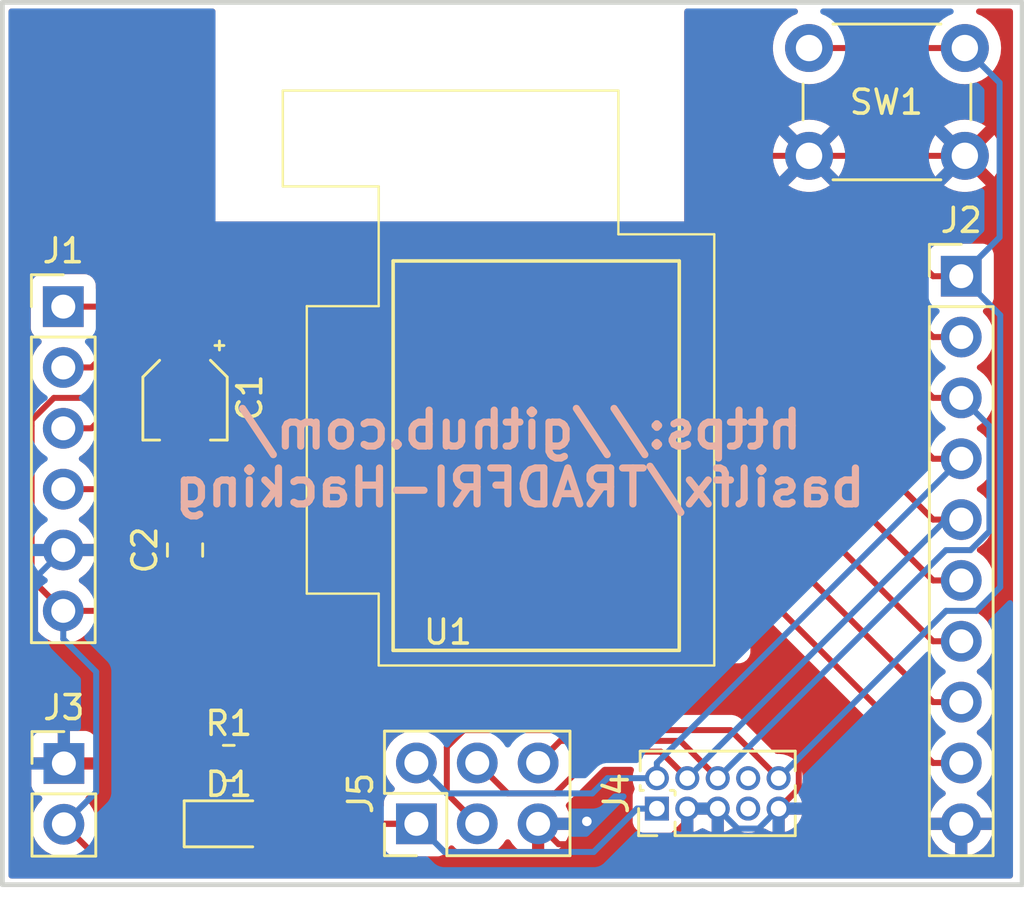
<source format=kicad_pcb>
(kicad_pcb (version 20240108) (generator "pcbnew") (generator_version "8.0")
  (layers (0 "F.Cu" signal) (31 "B.Cu" signal) (34 "B.Paste" user) (35 "F.Paste" user) (36 "B.SilkS" user "B.Silkscreen") (37 "F.SilkS" user "F.Silkscreen") (38 "B.Mask" user) (39 "F.Mask" user) (44 "Edge.Cuts" user))
  (net 0 "")
  (net 1 "GND")
  (net 2 "+3V3")
  (net 3 "/SWDIO")
  (net 4 "/SWCLK")
  (net 5 "/SWO")
  (net 6 "/RESETn")
  (net 7 "Net-(D1-K)")
  (net 8 "Net-(J1-Pin_4)")
  (net 9 "Net-(J1-Pin_2)")
  (net 10 "Net-(J1-Pin_3)")
  (net 11 "Net-(J1-Pin_1)")
  (net 12 "Net-(J2-Pin_8)")
  (net 13 "Net-(J2-Pin_7)")
  (net 14 "Net-(J2-Pin_2)")
  (net 15 "Net-(J2-Pin_6)")
  (net 16 "Net-(J2-Pin_9)")
  (footprint "Capacitor_SMD:CP_Elec_3x5.3" (layer "F.Cu") (at 148.59 109.22 -90)
    (property "Reference" "C1" (at 0 -2.7 -90) (layer "F.SilkS"))
    (property "Value" "10µF")
    (fp_line (start -0.870563 1.76) (end 1.76 1.76) (stroke (width 0.12)) (layer "F.SilkS"))
    (fp_line (start 1.76 1.76) (end 1.76 1.06) (stroke (width 0.12)) (layer "F.SilkS"))
    (fp_line (start -1.570563 1.06) (end -0.870563 1.76) (stroke (width 0.12)) (layer "F.SilkS"))
    (fp_line (start -1.570563 -1.06) (end -0.870563 -1.76) (stroke (width 0.12)) (layer "F.SilkS"))
    (fp_line (start -2.375 -1.435) (end -2 -1.435) (stroke (width 0.12)) (layer "F.SilkS"))
    (fp_line (start -2.1875 -1.6225) (end -2.1875 -1.2475) (stroke (width 0.12)) (layer "F.SilkS"))
    (fp_line (start -0.870563 -1.76) (end 1.76 -1.76) (stroke (width 0.12)) (layer "F.SilkS"))
    (fp_line (start 1.76 -1.76) (end 1.76 -1.06) (stroke (width 0.12)) (layer "F.SilkS"))
    (pad "1" smd rect (at -1.5 0 270) (size 2.2 1.6) (layers "F.Cu" "F.Paste" "F.Mask") (net 2 "+3V3"))
    (pad "2" smd rect (at 1.5 0 270) (size 2.2 1.6) (layers "F.Cu" "F.Paste" "F.Mask") (net 1 "GND"))
  )
  (footprint "Capacitor_SMD:C_0805_2012Metric_Pad1.18x1.45mm_HandSolder" (layer "F.Cu") (at 148.59 115.57 90)
    (property "Reference" "C2" (at 0 -1.68 90) (layer "F.SilkS"))
    (property "Value" "100nF")
    (fp_line (start -0.261252 -0.735) (end 0.261252 -0.735) (stroke (width 0.12)) (layer "F.SilkS"))
    (fp_line (start -0.261252 0.735) (end 0.261252 0.735) (stroke (width 0.12)) (layer "F.SilkS"))
    (pad "1" smd roundrect (at -1.0375 0 90) (size 1.175 1.45) (layers "F.Cu" "F.Paste" "F.Mask") (roundrect_rratio 0.212766) (net 2 "+3V3"))
    (pad "2" smd roundrect (at 1.0375 0 90) (size 1.175 1.45) (layers "F.Cu" "F.Paste" "F.Mask") (roundrect_rratio 0.212766) (net 1 "GND"))
  )
  (footprint "LED_SMD:LED_0805_2012Metric_Pad1.15x1.40mm_HandSolder" (layer "F.Cu") (at 150.415 127)
    (property "Reference" "D1" (at 0 -1.65 0) (layer "F.SilkS"))
    (property "Value" "LED")
    (fp_line (start -1.86 -0.96) (end -1.86 0.96) (stroke (width 0.12)) (layer "F.SilkS"))
    (fp_line (start -1.86 0.96) (end 1 0.96) (stroke (width 0.12)) (layer "F.SilkS"))
    (fp_line (start 1 -0.96) (end -1.86 -0.96) (stroke (width 0.12)) (layer "F.SilkS"))
    (pad "1" smd roundrect (at -1.025 0) (size 1.15 1.4) (layers "F.Cu" "F.Paste" "F.Mask") (roundrect_rratio 0.217391) (net 7 "Net-(D1-K)"))
    (pad "2" smd roundrect (at 1.025 0) (size 1.15 1.4) (layers "F.Cu" "F.Paste" "F.Mask") (roundrect_rratio 0.217391) (net 2 "+3V3"))
  )
  (footprint "Connector_PinHeader_2.54mm:PinHeader_1x06_P2.54mm_Vertical" (layer "F.Cu") (at 143.51 105.41)
    (property "Reference" "J1" (at 0 -2.33 0) (layer "F.SilkS"))
    (property "Value" "Left")
    (fp_line (start -1.33 -1.33) (end 0 -1.33) (stroke (width 0.12)) (layer "F.SilkS"))
    (fp_line (start -1.33 0) (end -1.33 -1.33) (stroke (width 0.12)) (layer "F.SilkS"))
    (fp_line (start -1.33 1.27) (end -1.33 14.03) (stroke (width 0.12)) (layer "F.SilkS"))
    (fp_line (start -1.33 1.27) (end 1.33 1.27) (stroke (width 0.12)) (layer "F.SilkS"))
    (fp_line (start -1.33 14.03) (end 1.33 14.03) (stroke (width 0.12)) (layer "F.SilkS"))
    (fp_line (start 1.33 1.27) (end 1.33 14.03) (stroke (width 0.12)) (layer "F.SilkS"))
    (pad "1" thru_hole rect (at 0 0) (size 1.7 1.7) (drill 1) (layers "*.Cu" "*.Mask") (net 11 "Net-(J1-Pin_1)"))
    (pad "2" thru_hole oval (at 0 2.54) (size 1.7 1.7) (drill 1) (layers "*.Cu" "*.Mask") (net 9 "Net-(J1-Pin_2)"))
    (pad "3" thru_hole oval (at 0 5.08) (size 1.7 1.7) (drill 1) (layers "*.Cu" "*.Mask") (net 10 "Net-(J1-Pin_3)"))
    (pad "4" thru_hole oval (at 0 7.62) (size 1.7 1.7) (drill 1) (layers "*.Cu" "*.Mask") (net 8 "Net-(J1-Pin_4)"))
    (pad "5" thru_hole oval (at 0 10.16) (size 1.7 1.7) (drill 1) (layers "*.Cu" "*.Mask") (net 1 "GND"))
    (pad "6" thru_hole oval (at 0 12.7) (size 1.7 1.7) (drill 1) (layers "*.Cu" "*.Mask") (net 2 "+3V3"))
  )
  (footprint "Connector_PinHeader_2.54mm:PinHeader_1x10_P2.54mm_Vertical" (layer "F.Cu") (at 180.975 104.14)
    (property "Reference" "J2" (at 0 -2.33 0) (layer "F.SilkS"))
    (property "Value" "Right")
    (fp_line (start -1.33 -1.33) (end 0 -1.33) (stroke (width 0.12)) (layer "F.SilkS"))
    (fp_line (start -1.33 0) (end -1.33 -1.33) (stroke (width 0.12)) (layer "F.SilkS"))
    (fp_line (start -1.33 1.27) (end -1.33 24.19) (stroke (width 0.12)) (layer "F.SilkS"))
    (fp_line (start -1.33 1.27) (end 1.33 1.27) (stroke (width 0.12)) (layer "F.SilkS"))
    (fp_line (start -1.33 24.19) (end 1.33 24.19) (stroke (width 0.12)) (layer "F.SilkS"))
    (fp_line (start 1.33 1.27) (end 1.33 24.19) (stroke (width 0.12)) (layer "F.SilkS"))
    (pad "1" thru_hole rect (at 0 0) (size 1.7 1.7) (drill 1) (layers "*.Cu" "*.Mask") (net 6 "/RESETn"))
    (pad "2" thru_hole oval (at 0 2.54) (size 1.7 1.7) (drill 1) (layers "*.Cu" "*.Mask") (net 14 "Net-(J2-Pin_2)"))
    (pad "3" thru_hole oval (at 0 5.08) (size 1.7 1.7) (drill 1) (layers "*.Cu" "*.Mask") (net 5 "/SWO"))
    (pad "4" thru_hole oval (at 0 7.62) (size 1.7 1.7) (drill 1) (layers "*.Cu" "*.Mask") (net 3 "/SWDIO"))
    (pad "5" thru_hole oval (at 0 10.16) (size 1.7 1.7) (drill 1) (layers "*.Cu" "*.Mask") (net 4 "/SWCLK"))
    (pad "6" thru_hole oval (at 0 12.7) (size 1.7 1.7) (drill 1) (layers "*.Cu" "*.Mask") (net 15 "Net-(J2-Pin_6)"))
    (pad "7" thru_hole oval (at 0 15.24) (size 1.7 1.7) (drill 1) (layers "*.Cu" "*.Mask") (net 13 "Net-(J2-Pin_7)"))
    (pad "8" thru_hole oval (at 0 17.78) (size 1.7 1.7) (drill 1) (layers "*.Cu" "*.Mask") (net 12 "Net-(J2-Pin_8)"))
    (pad "9" thru_hole oval (at 0 20.32) (size 1.7 1.7) (drill 1) (layers "*.Cu" "*.Mask") (net 16 "Net-(J2-Pin_9)"))
    (pad "10" thru_hole oval (at 0 22.86) (size 1.7 1.7) (drill 1) (layers "*.Cu" "*.Mask") (net 1 "GND"))
  )
  (footprint "Connector_PinHeader_1.27mm:PinHeader_2x05_P1.27mm_Vertical" (layer "F.Cu") (at 168.275 126.365 90)
    (property "Reference" "J4" (at 0.635 -1.695 90) (layer "F.SilkS"))
    (property "Value" "ARM-JTAG")
    (fp_line (start -1.13 -0.76) (end 0 -0.76) (stroke (width 0.12)) (layer "F.SilkS"))
    (fp_line (start 2.4 -0.695) (end 2.4 5.775) (stroke (width 0.12)) (layer "F.SilkS"))
    (fp_line (start 1.57753 -0.695) (end 2.4 -0.695) (stroke (width 0.12)) (layer "F.SilkS"))
    (fp_line (start 0.76 -0.695) (end 0.96247 -0.695) (stroke (width 0.12)) (layer "F.SilkS"))
    (fp_line (start 0.76 -0.563471) (end 0.76 -0.695) (stroke (width 0.12)) (layer "F.SilkS"))
    (fp_line (start -1.13 0) (end -1.13 -0.76) (stroke (width 0.12)) (layer "F.SilkS"))
    (fp_line (start 0.76 0.706529) (end 0.76 0.563471) (stroke (width 0.12)) (layer "F.SilkS"))
    (fp_line (start 0.563471 0.76) (end 0.706529 0.76) (stroke (width 0.12)) (layer "F.SilkS"))
    (fp_line (start -1.13 0.76) (end -0.563471 0.76) (stroke (width 0.12)) (layer "F.SilkS"))
    (fp_line (start -1.13 0.76) (end -1.13 5.775) (stroke (width 0.12)) (layer "F.SilkS"))
    (fp_line (start 1.57753 5.775) (end 2.4 5.775) (stroke (width 0.12)) (layer "F.SilkS"))
    (fp_line (start 0.30753 5.775) (end 0.96247 5.775) (stroke (width 0.12)) (layer "F.SilkS"))
    (fp_line (start -1.13 5.775) (end -0.30753 5.775) (stroke (width 0.12)) (layer "F.SilkS"))
    (pad "1" thru_hole rect (at 0 0 90) (size 1 1) (drill 0.65) (layers "*.Cu" "*.Mask") (net 2 "+3V3"))
    (pad "2" thru_hole oval (at 1.27 0 90) (size 1 1) (drill 0.65) (layers "*.Cu" "*.Mask") (net 3 "/SWDIO"))
    (pad "3" thru_hole oval (at 0 1.27 90) (size 1 1) (drill 0.65) (layers "*.Cu" "*.Mask") (net 1 "GND"))
    (pad "4" thru_hole oval (at 1.27 1.27 90) (size 1 1) (drill 0.65) (layers "*.Cu" "*.Mask") (net 4 "/SWCLK"))
    (pad "5" thru_hole oval (at 0 2.54 90) (size 1 1) (drill 0.65) (layers "*.Cu" "*.Mask") (net 1 "GND"))
    (pad "6" thru_hole oval (at 1.27 2.54 90) (size 1 1) (drill 0.65) (layers "*.Cu" "*.Mask") (net 5 "/SWO"))
    (pad "7" thru_hole oval (at 0 3.81 90) (size 1 1) (drill 0.65) (layers "*.Cu" "*.Mask"))
    (pad "8" thru_hole oval (at 1.27 3.81 90) (size 1 1) (drill 0.65) (layers "*.Cu" "*.Mask"))
    (pad "9" thru_hole oval (at 0 5.08 90) (size 1 1) (drill 0.65) (layers "*.Cu" "*.Mask") (net 1 "GND"))
    (pad "10" thru_hole oval (at 1.27 5.08 90) (size 1 1) (drill 0.65) (layers "*.Cu" "*.Mask") (net 6 "/RESETn"))
  )
  (footprint "Resistor_SMD:R_0805_2012Metric_Pad1.20x1.40mm_HandSolder" (layer "F.Cu") (at 150.415 124.46)
    (property "Reference" "R1" (at 0 -1.65 0) (layer "F.SilkS"))
    (property "Value" "R")
    (fp_line (start -0.227064 -0.735) (end 0.227064 -0.735) (stroke (width 0.12)) (layer "F.SilkS"))
    (fp_line (start -0.227064 0.735) (end 0.227064 0.735) (stroke (width 0.12)) (layer "F.SilkS"))
    (pad "1" smd roundrect (at -1 0) (size 1.2 1.4) (layers "F.Cu" "F.Paste" "F.Mask") (roundrect_rratio 0.208333) (net 1 "GND"))
    (pad "2" smd roundrect (at 1 0) (size 1.2 1.4) (layers "F.Cu" "F.Paste" "F.Mask") (roundrect_rratio 0.208333) (net 7 "Net-(D1-K)"))
  )
  (footprint "Button_Switch_THT:SW_PUSH_6mm" (layer "F.Cu") (at 174.625 94.615)
    (property "Reference" "SW1" (at 3.2258 2.2606 0) (layer "F.SilkS"))
    (property "Value" "Reset")
    (fp_line (start -0.25 1.5) (end -0.25 3) (stroke (width 0.12)) (layer "F.SilkS"))
    (fp_line (start 1 5.5) (end 5.5 5.5) (stroke (width 0.12)) (layer "F.SilkS"))
    (fp_line (start 5.5 -1) (end 1 -1) (stroke (width 0.12)) (layer "F.SilkS"))
    (fp_line (start 6.75 3) (end 6.75 1.5) (stroke (width 0.12)) (layer "F.SilkS"))
    (pad "1" thru_hole circle (at 0 0 90) (size 2 2) (drill 1.1) (layers "*.Cu" "*.Mask") (net 6 "/RESETn"))
    (pad "1" thru_hole circle (at 6.5 0 90) (size 2 2) (drill 1.1) (layers "*.Cu" "*.Mask") (net 6 "/RESETn"))
    (pad "2" thru_hole circle (at 0 4.5 90) (size 2 2) (drill 1.1) (layers "*.Cu" "*.Mask") (net 1 "GND"))
    (pad "2" thru_hole circle (at 6.5 4.5 90) (size 2 2) (drill 1.1) (layers "*.Cu" "*.Mask") (net 1 "GND"))
  )
  (footprint "Connector_PinHeader_2.54mm:PinHeader_2x03_P2.54mm_Vertical" (layer "F.Cu") (at 158.242 127 90)
    (property "Reference" "J5" (at 1.27 -2.33 90) (layer "F.SilkS"))
    (property "Value" "JTAG")
    (fp_line (start 3.87 -1.33) (end 3.87 6.41) (stroke (width 0.12)) (layer "F.SilkS"))
    (fp_line (start 1.27 -1.33) (end 3.87 -1.33) (stroke (width 0.12)) (layer "F.SilkS"))
    (fp_line (start -1.33 -1.33) (end 0 -1.33) (stroke (width 0.12)) (layer "F.SilkS"))
    (fp_line (start -1.33 0) (end -1.33 -1.33) (stroke (width 0.12)) (layer "F.SilkS"))
    (fp_line (start 1.27 1.27) (end 1.27 -1.33) (stroke (width 0.12)) (layer "F.SilkS"))
    (fp_line (start -1.33 1.27) (end 1.27 1.27) (stroke (width 0.12)) (layer "F.SilkS"))
    (fp_line (start -1.33 1.27) (end -1.33 6.41) (stroke (width 0.12)) (layer "F.SilkS"))
    (fp_line (start -1.33 6.41) (end 3.87 6.41) (stroke (width 0.12)) (layer "F.SilkS"))
    (pad "1" thru_hole rect (at 0 0 90) (size 1.7 1.7) (drill 1) (layers "*.Cu" "*.Mask") (net 2 "+3V3"))
    (pad "2" thru_hole oval (at 2.54 0 90) (size 1.7 1.7) (drill 1) (layers "*.Cu" "*.Mask") (net 3 "/SWDIO"))
    (pad "3" thru_hole oval (at 0 2.54 90) (size 1.7 1.7) (drill 1) (layers "*.Cu" "*.Mask") (net 6 "/RESETn"))
    (pad "4" thru_hole oval (at 2.54 2.54 90) (size 1.7 1.7) (drill 1) (layers "*.Cu" "*.Mask") (net 4 "/SWCLK"))
    (pad "5" thru_hole oval (at 0 5.08 90) (size 1.7 1.7) (drill 1) (layers "*.Cu" "*.Mask") (net 1 "GND"))
    (pad "6" thru_hole oval (at 2.54 5.08 90) (size 1.7 1.7) (drill 1) (layers "*.Cu" "*.Mask") (net 5 "/SWO"))
  )
  (footprint "IKEA:TRADFRI_PCB2.0" (layer "F.Cu") (at 166.67 96.391)
    (property "Reference" "U1" (at -7.112 22.606 0) (layer "F.SilkS"))
    (property "Value" "TRADFRI")
    (fp_line (start -14 0) (end 0 0) (stroke (width 0.1)) (layer "F.SilkS"))
    (fp_line (start -14 4) (end -14 0) (stroke (width 0.1)) (layer "F.SilkS"))
    (fp_line (start -13 9) (end -10 9) (stroke (width 0.1)) (layer "F.SilkS"))
    (fp_line (start -13 21) (end -13 9) (stroke (width 0.1)) (layer "F.SilkS"))
    (fp_line (start -10 4) (end -14 4) (stroke (width 0.1)) (layer "F.SilkS"))
    (fp_line (start -10 9) (end -10 4) (stroke (width 0.1)) (layer "F.SilkS"))
    (fp_line (start -10 21) (end -13 21) (stroke (width 0.1)) (layer "F.SilkS"))
    (fp_line (start -10 24) (end -10 21) (stroke (width 0.1)) (layer "F.SilkS"))
    (fp_line (start -9.398 7.112) (end 2.54 7.112) (stroke (width 0.15)) (layer "F.SilkS"))
    (fp_line (start -9.398 23.368) (end -9.398 7.112) (stroke (width 0.15)) (layer "F.SilkS"))
    (fp_line (start 0 0) (end 0 6) (stroke (width 0.1)) (layer "F.SilkS"))
    (fp_line (start 0 6) (end 4 6) (stroke (width 0.1)) (layer "F.SilkS"))
    (fp_line (start 2.54 7.112) (end 2.54 23.368) (stroke (width 0.15)) (layer "F.SilkS"))
    (fp_line (start 2.54 23.368) (end -9.398 23.368) (stroke (width 0.15)) (layer "F.SilkS"))
    (fp_line (start 4 6) (end 4 24) (stroke (width 0.1)) (layer "F.SilkS"))
    (fp_line (start 4 24) (end -10 24) (stroke (width 0.1)) (layer "F.SilkS"))
    (pad "1" smd rect (at -13 10) (size 2 1) (layers "F.Cu" "F.Paste" "F.Mask") (net 11 "Net-(J1-Pin_1)"))
    (pad "2" smd rect (at -13 11.95) (size 2 1) (layers "F.Cu" "F.Paste" "F.Mask") (net 9 "Net-(J1-Pin_2)"))
    (pad "3" smd rect (at -13 13.95) (size 2 1) (layers "F.Cu" "F.Paste" "F.Mask") (net 10 "Net-(J1-Pin_3)"))
    (pad "4" smd rect (at -13 16.004) (size 2 1) (layers "F.Cu" "F.Paste" "F.Mask") (net 8 "Net-(J1-Pin_4)"))
    (pad "5" smd rect (at -13 18) (size 2 1) (layers "F.Cu" "F.Paste" "F.Mask") (net 1 "GND"))
    (pad "6" smd rect (at -13 20) (size 2 1) (layers "F.Cu" "F.Paste" "F.Mask") (net 2 "+3V3"))
    (pad "7" smd rect (at 4 22.9) (size 2 1) (layers "F.Cu" "F.Paste" "F.Mask") (net 1 "GND"))
    (pad "8" smd rect (at 4 21.15) (size 2 1) (layers "F.Cu" "F.Paste" "F.Mask") (net 16 "Net-(J2-Pin_9)"))
    (pad "9" smd rect (at 4 19.4) (size 2 1) (layers "F.Cu" "F.Paste" "F.Mask") (net 12 "Net-(J2-Pin_8)"))
    (pad "10" smd rect (at 4 17.65) (size 2 1) (layers "F.Cu" "F.Paste" "F.Mask") (net 13 "Net-(J2-Pin_7)"))
    (pad "11" smd rect (at 4 15.9) (size 2 1) (layers "F.Cu" "F.Paste" "F.Mask") (net 15 "Net-(J2-Pin_6)"))
    (pad "12" smd rect (at 4 14.1) (size 2 1) (layers "F.Cu" "F.Paste" "F.Mask") (net 4 "/SWCLK"))
    (pad "13" smd rect (at 4 12.35) (size 2 1) (layers "F.Cu" "F.Paste" "F.Mask") (net 3 "/SWDIO"))
    (pad "14" smd rect (at 4 10.6) (size 2 1) (layers "F.Cu" "F.Paste" "F.Mask") (net 5 "/SWO"))
    (pad "15" smd rect (at 4 8.85) (size 2 1) (layers "F.Cu" "F.Paste" "F.Mask") (net 14 "Net-(J2-Pin_2)"))
    (pad "16" smd rect (at 4 7.1) (size 2 1) (layers "F.Cu" "F.Paste" "F.Mask") (net 6 "/RESETn"))
  )
  (footprint "Connector_PinHeader_2.54mm:PinHeader_1x02_P2.54mm_Vertical" (layer "F.Cu") (at 143.535 124.48)
    (property "Reference" "J3" (at 0 -2.33 0) (layer "F.SilkS"))
    (property "Value" "Power")
    (fp_line (start -1.33 -1.33) (end 0 -1.33) (stroke (width 0.12)) (layer "F.SilkS"))
    (fp_line (start -1.33 0) (end -1.33 -1.33) (stroke (width 0.12)) (layer "F.SilkS"))
    (fp_line (start -1.33 1.27) (end -1.33 3.87) (stroke (width 0.12)) (layer "F.SilkS"))
    (fp_line (start -1.33 1.27) (end 1.33 1.27) (stroke (width 0.12)) (layer "F.SilkS"))
    (fp_line (start -1.33 3.87) (end 1.33 3.87) (stroke (width 0.12)) (layer "F.SilkS"))
    (fp_line (start 1.33 1.27) (end 1.33 3.87) (stroke (width 0.12)) (layer "F.SilkS"))
    (pad "1" thru_hole rect (at 0 0) (size 1.7 1.7) (drill 1) (layers "*.Cu" "*.Mask") (net 1 "GND"))
    (pad "2" thru_hole oval (at 0 2.54) (size 1.7 1.7) (drill 1) (layers "*.Cu" "*.Mask") (net 2 "+3V3"))
  )
  (gr_line (start 140.97 129.54) (end 183.515 129.54) (stroke (width 0.2)) (layer "Edge.Cuts"))
  (gr_line (start 140.97 92.71) (end 140.97 129.54) (stroke (width 0.2)) (layer "Edge.Cuts"))
  (gr_line (start 183.515 129.54) (end 183.515 92.71) (stroke (width 0.2)) (layer "Edge.Cuts"))
  (gr_line (start 183.515 92.71) (end 140.97 92.71) (stroke (width 0.2)) (layer "Edge.Cuts"))
  (gr_text "https://github.com/\nbasilfx/TRADFRI-Hacking" (at 162.56 111.76 0) (layer "B.SilkS") (effects (font (size 1.5 1.5) (thickness 0.3)) (justify mirror)))
  (segment (start 161.1253 111.0715) (end 173.0818 99.115) (width 0.25) (layer "F.Cu") (net 1))
  (segment (start 174.1966 125.5234) (end 175.6732 127) (width 0.25) (layer "F.Cu") (net 1))
  (segment (start 151.5364 111.3536) (end 150.9028 110.72) (width 0.25) (layer "F.Cu") (net 1))
  (segment (start 149.6113 114.391) (end 153.67 114.391) (width 0.25) (layer "F.Cu") (net 1))
  (segment (start 174.1966 125.5234) (end 173.355 126.365) (width 0.25) (layer "F.Cu") (net 1))
  (segment (start 170.67 119.291) (end 171.9953 119.291) (width 0.25) (layer "F.Cu") (net 1))
  (segment (start 164.172 127.85) (end 168.568 127.85) (width 0.25) (layer "F.Cu") (net 1))
  (segment (start 156.2608 111.3536) (end 151.5364 111.3536) (width 0.25) (layer "F.Cu") (net 1))
  (segment (start 161.1253 111.0715) (end 169.3447 119.291) (width 0.25) (layer "F.Cu") (net 1))
  (segment (start 170.815 126.365) (end 169.545 126.365) (width 0.25) (layer "F.Cu") (net 1))
  (segment (start 154.2394 114.391) (end 156.2608 112.3696) (width 0.25) (layer "F.Cu") (net 1))
  (segment (start 149.065 124.46) (end 143.51 124.46) (width 0.25) (layer "F.Cu") (net 1))
  (segment (start 149.5403 114.32) (end 149.6113 114.391) (width 0.25) (layer "F.Cu") (net 1))
  (segment (start 143.51 115.57) (end 144.6853 115.57) (width 0.25) (layer "F.Cu") (net 1))
  (segment (start 160.8432 111.3536) (end 156.2608 111.3536) (width 0.25) (layer "F.Cu") (net 1))
  (segment (start 169.545 126.873) (end 169.545 126.365) (width 0.25) (layer "F.Cu") (net 1))
  (segment (start 171.9953 119.291) (end 174.1966 121.4923) (width 0.25) (layer "F.Cu") (net 1))
  (segment (start 174.1966 121.4923) (end 174.1966 125.5234) (width 0.25) (layer "F.Cu") (net 1))
  (segment (start 145.9353 114.32) (end 148.59 114.32) (width 0.25) (layer "F.Cu") (net 1))
  (segment (start 156.2608 111.3536) (end 156.2608 112.3696) (width 0.25) (layer "F.Cu") (net 1))
  (segment (start 181.125 99.115) (end 174.625 99.115) (width 0.25) (layer "F.Cu") (net 1))
  (segment (start 165.2524 127) (end 165.354 126.8984) (width 0.25) (layer "F.Cu") (net 1))
  (segment (start 168.568 127.85) (end 169.545 126.873) (width 0.25) (layer "F.Cu") (net 1))
  (segment (start 150.9028 110.72) (end 148.59 110.72) (width 0.25) (layer "F.Cu") (net 1))
  (segment (start 175.6732 127) (end 180.975 127) (width 0.25) (layer "F.Cu") (net 1))
  (segment (start 161.1253 111.0715) (end 160.8432 111.3536) (width 0.25) (layer "F.Cu") (net 1))
  (segment (start 170.0074 119.291) (end 169.3447 119.291) (width 0.25) (layer "F.Cu") (net 1))
  (segment (start 173.0818 99.115) (end 174.625 99.115) (width 0.25) (layer "F.Cu") (net 1))
  (segment (start 153.67 114.391) (end 154.2394 114.391) (width 0.25) (layer "F.Cu") (net 1))
  (segment (start 148.59 114.32) (end 149.5403 114.32) (width 0.25) (layer "F.Cu") (net 1))
  (segment (start 163.322 127) (end 164.172 127.85) (width 0.25) (layer "F.Cu") (net 1))
  (segment (start 144.6853 115.57) (end 145.9353 114.32) (width 0.25) (layer "F.Cu") (net 1))
  (segment (start 163.322 127) (end 165.2524 127) (width 0.25) (layer "F.Cu") (net 1))
  (via (at 165.354 126.8984) (size 0.8) (drill 0.4) (layers "F.Cu" "B.Cu") (net 1))
  (segment (start 171.6494 127.1994) (end 170.815 126.365) (width 0.25) (layer "B.Cu") (net 1))
  (segment (start 142.3347 122.1094) (end 142.3347 116.7453) (width 0.25) (layer "B.Cu") (net 1))
  (segment (start 142.3347 116.7453) (end 143.51 115.57) (width 0.25) (layer "B.Cu") (net 1))
  (segment (start 173.355 126.365) (end 172.5206 127.1994) (width 0.25) (layer "B.Cu") (net 1))
  (segment (start 143.51 123.2847) (end 142.3347 122.1094) (width 0.25) (layer "B.Cu") (net 1))
  (segment (start 143.51 124.46) (end 143.51 123.2847) (width 0.25) (layer "B.Cu") (net 1))
  (segment (start 172.5206 127.1994) (end 171.6494 127.1994) (width 0.25) (layer "B.Cu") (net 1))
  (segment (start 153.67 116.391) (end 152.3447 116.391) (width 0.25) (layer "F.Cu") (net 2))
  (segment (start 143.51 118.11) (end 142.1892 116.7892) (width 0.25) (layer "F.Cu") (net 2))
  (segment (start 142.1892 116.7892) (end 142.1892 110.3884) (width 0.25) (layer "F.Cu") (net 2))
  (segment (start 144.8444 109.22) (end 143.118299 109.22) (width 0.25) (layer "F.Cu") (net 2))
  (segment (start 158.115 127) (end 156.9397 127) (width 0.25) (layer "F.Cu") (net 2))
  (segment (start 146.3497 118.11) (end 144.0977 118.11) (width 0.25) (layer "F.Cu") (net 2))
  (segment (start 152.3447 116.391) (end 151.9157 116.82) (width 0.25) (layer "F.Cu") (net 2))
  (segment (start 150.2716 128.1684) (end 144.6834 128.1684) (width 0.25) (layer "F.Cu") (net 2))
  (segment (start 142.1892 110.149099) (end 142.1892 110.3884) (width 0.25) (layer "F.Cu") (net 2))
  (segment (start 146.3444 107.72) (end 144.8444 109.22) (width 0.25) (layer "F.Cu") (net 2))
  (segment (start 144.6834 128.1684) (end 143.535 127.02) (width 0.25) (layer "F.Cu") (net 2))
  (segment (start 148.59 116.82) (end 147.6397 116.82) (width 0.25) (layer "F.Cu") (net 2))
  (segment (start 148.59 107.72) (end 146.3444 107.72) (width 0.25) (layer "F.Cu") (net 2))
  (segment (start 151.9157 116.82) (end 148.59 116.82) (width 0.25) (layer "F.Cu") (net 2))
  (segment (start 158.242 127) (end 151.44 127) (width 0.25) (layer "F.Cu") (net 2))
  (segment (start 143.51 118.11) (end 142.335 116.935) (width 0.25) (layer "F.Cu") (net 2))
  (segment (start 143.118299 109.22) (end 142.1892 110.149099) (width 0.25) (layer "F.Cu") (net 2))
  (segment (start 147.6397 116.82) (end 146.3497 118.11) (width 0.25) (layer "F.Cu") (net 2))
  (segment (start 151.44 127) (end 150.2716 128.1684) (width 0.25) (layer "F.Cu") (net 2))
  (segment (start 165.6394 128.1753) (end 160.782 128.1753) (width 0.25) (layer "B.Cu") (net 2))
  (segment (start 159.4173 128.1753) (end 158.242 127) (width 0.25) (layer "B.Cu") (net 2))
  (segment (start 144.8816 120.6569) (end 144.6853 120.4606) (width 0.25) (layer "B.Cu") (net 2))
  (segment (start 144.6853 120.4606) (end 143.51 119.2853) (width 0.25) (layer "B.Cu") (net 2))
  (segment (start 167.4497 126.365) (end 165.6394 128.1753) (width 0.25) (layer "B.Cu") (net 2))
  (segment (start 143.51 118.11) (end 143.51 119.2853) (width 0.25) (layer "B.Cu") (net 2))
  (segment (start 168.275 126.365) (end 167.4497 126.365) (width 0.25) (layer "B.Cu") (net 2))
  (segment (start 144.8816 125.6734) (end 144.8816 120.6569) (width 0.25) (layer "B.Cu") (net 2))
  (segment (start 160.782 128.1753) (end 160.0982 128.1753) (width 0.25) (layer "B.Cu") (net 2))
  (segment (start 143.535 127.02) (end 144.71 125.845) (width 0.25) (layer "B.Cu") (net 2))
  (segment (start 143.535 127.02) (end 144.8816 125.6734) (width 0.25) (layer "B.Cu") (net 2))
  (segment (start 160.782 128.1753) (end 159.4173 128.1753) (width 0.25) (layer "B.Cu") (net 2))
  (segment (start 180.975 111.76) (end 179.7997 111.76) (width 0.25) (layer "F.Cu") (net 3))
  (segment (start 176.7807 108.741) (end 179.7997 111.76) (width 0.25) (layer "F.Cu") (net 3))
  (segment (start 170.67 108.741) (end 176.7807 108.741) (width 0.25) (layer "F.Cu") (net 3))
  (segment (start 166.2165 125.095) (end 165.5815 125.73) (width 0.25) (layer "B.Cu") (net 3))
  (segment (start 168.275 125.095) (end 166.2165 125.095) (width 0.25) (layer "B.Cu") (net 3))
  (segment (start 168.275 124.46) (end 168.275 125.095) (width 0.25) (layer "B.Cu") (net 3))
  (segment (start 180.975 111.76) (end 168.275 124.46) (width 0.25) (layer "B.Cu") (net 3))
  (segment (start 165.5815 125.73) (end 159.512 125.73) (width 0.25) (layer "B.Cu") (net 3))
  (segment (start 159.512 125.73) (end 158.242 124.46) (width 0.25) (layer "B.Cu") (net 3))
  (segment (start 170.67 110.491) (end 175.9907 110.491) (width 0.25) (layer "F.Cu") (net 4))
  (segment (start 180.975 114.3) (end 179.7997 114.3) (width 0.25) (layer "F.Cu") (net 4))
  (segment (start 175.9907 110.491) (end 179.7997 114.3) (width 0.25) (layer "F.Cu") (net 4))
  (segment (start 169.545 125.095) (end 168.6861 124.2361) (width 0.25) (layer "F.Cu") (net 4))
  (segment (start 168.4384 123.9884) (end 165.7748 123.9884) (width 0.25) (layer "F.Cu") (net 4))
  (segment (start 162.052 125.73) (end 163.9316 125.73) (width 0.25) (layer "F.Cu") (net 4))
  (segment (start 164.0332 125.73) (end 163.9316 125.73) (width 0.25) (layer "F.Cu") (net 4))
  (segment (start 160.782 124.46) (end 162.052 125.73) (width 0.25) (layer "F.Cu") (net 4))
  (segment (start 165.7748 123.9884) (end 164.0332 125.73) (width 0.25) (layer "F.Cu") (net 4))
  (segment (start 169.545 125.095) (end 168.4384 123.9884) (width 0.25) (layer "F.Cu") (net 4))
  (segment (start 180.34 114.3) (end 169.545 125.095) (width 0.25) (layer "B.Cu") (net 4))
  (segment (start 180.975 114.3) (end 180.34 114.3) (width 0.25) (layer "B.Cu") (net 4))
  (segment (start 170.67 106.991) (end 177.5707 106.991) (width 0.25) (layer "F.Cu") (net 5))
  (segment (start 164.2436 123.5384) (end 169.2584 123.5384) (width 0.25) (layer "F.Cu") (net 5))
  (segment (start 177.5707 106.991) (end 179.7997 109.22) (width 0.25) (layer "F.Cu") (net 5))
  (segment (start 169.2584 123.5384) (end 170.815 125.095) (width 0.25) (layer "F.Cu") (net 5))
  (segment (start 180.975 109.22) (end 179.7997 109.22) (width 0.25) (layer "F.Cu") (net 5))
  (segment (start 163.322 124.46) (end 164.2436 123.5384) (width 0.25) (layer "F.Cu") (net 5))
  (segment (start 170.815 125.095) (end 180.335 115.575) (width 0.25) (layer "B.Cu") (net 5))
  (segment (start 182.1503 110.3953) (end 180.975 109.22) (width 0.25) (layer "B.Cu") (net 5))
  (segment (start 180.335 115.575) (end 181.3643 115.575) (width 0.25) (layer "B.Cu") (net 5))
  (segment (start 181.3643 115.575) (end 182.1503 114.789) (width 0.25) (layer "B.Cu") (net 5))
  (segment (start 182.1503 114.789) (end 182.1503 110.3953) (width 0.25) (layer "B.Cu") (net 5))
  (segment (start 159.512 125.73) (end 159.512 123.7996) (width 0.25) (layer "F.Cu") (net 6))
  (segment (start 180.975 104.14) (end 179.7997 104.14) (width 0.25) (layer "F.Cu") (net 6))
  (segment (start 170.67 103.491) (end 179.1507 103.491) (width 0.25) (layer "F.Cu") (net 6))
  (segment (start 159.512 123.7996) (end 160.2232 123.0884) (width 0.25) (layer "F.Cu") (net 6))
  (segment (start 160.782 127) (end 159.512 125.73) (width 0.25) (layer "F.Cu") (net 6))
  (segment (start 171.3484 123.0884) (end 173.355 125.095) (width 0.25) (layer "F.Cu") (net 6))
  (segment (start 181.125 94.615) (end 174.625 94.615) (width 0.25) (layer "F.Cu") (net 6))
  (segment (start 179.1507 103.491) (end 179.7997 104.14) (width 0.25) (layer "F.Cu") (net 6))
  (segment (start 160.2232 123.0884) (end 171.3484 123.0884) (width 0.25) (layer "F.Cu") (net 6))
  (segment (start 180.975 104.14) (end 182.6003 105.7653) (width 0.25) (layer "B.Cu") (net 6))
  (segment (start 182.6003 117.1197) (end 181.61 118.11) (width 0.25) (layer "B.Cu") (net 6))
  (segment (start 182.6003 105.7653) (end 182.6003 117.1197) (width 0.25) (layer "B.Cu") (net 6))
  (segment (start 180.975 104.1146) (end 182.5752 102.5144) (width 0.25) (layer "B.Cu") (net 6))
  (segment (start 180.975 104.14) (end 180.975 104.1146) (width 0.25) (layer "B.Cu") (net 6))
  (segment (start 182.5752 96.0652) (end 182.5752 102.5144) (width 0.25) (layer "B.Cu") (net 6))
  (segment (start 180.34 118.11) (end 173.355 125.095) (width 0.25) (layer "B.Cu") (net 6))
  (segment (start 182.4901 95.9801) (end 181.125 94.615) (width 0.25) (layer "B.Cu") (net 6))
  (segment (start 181.125 94.615) (end 182.5752 96.0652) (width 0.25) (layer "B.Cu") (net 6))
  (segment (start 181.61 118.11) (end 180.34 118.11) (width 0.25) (layer "B.Cu") (net 6))
  (segment (start 149.39 126.485) (end 151.415 124.46) (width 0.25) (layer "F.Cu") (net 7))
  (segment (start 151.7097 113.03) (end 143.51 113.03) (width 0.25) (layer "F.Cu") (net 8))
  (segment (start 152.3447 112.395) (end 151.7097 113.03) (width 0.25) (layer "F.Cu") (net 8))
  (segment (start 153.67 112.395) (end 152.3447 112.395) (width 0.25) (layer "F.Cu") (net 8))
  (segment (start 144.6853 107.95) (end 146.3407 106.2946) (width 0.25) (layer "F.Cu") (net 9))
  (segment (start 150.2983 106.2946) (end 152.3447 108.341) (width 0.25) (layer "F.Cu") (net 9))
  (segment (start 153.67 108.341) (end 152.3447 108.341) (width 0.25) (layer "F.Cu") (net 9))
  (segment (start 143.51 107.95) (end 144.6853 107.95) (width 0.25) (layer "F.Cu") (net 9))
  (segment (start 146.3407 106.2946) (end 150.2983 106.2946) (width 0.25) (layer "F.Cu") (net 9))
  (segment (start 145.8807 109.2946) (end 145.8807 109.2877) (width 0.25) (layer "F.Cu") (net 10))
  (segment (start 145.8807 109.2877) (end 145.9484 109.22) (width 0.25) (layer "F.Cu") (net 10))
  (segment (start 143.51 110.49) (end 144.6853 110.49) (width 0.25) (layer "F.Cu") (net 10))
  (segment (start 145.9484 109.22) (end 151.2237 109.22) (width 0.25) (layer "F.Cu") (net 10))
  (segment (start 151.2237 109.22) (end 152.3447 110.341) (width 0.25) (layer "F.Cu") (net 10))
  (segment (start 144.6853 110.49) (end 145.8807 109.2946) (width 0.25) (layer "F.Cu") (net 10))
  (segment (start 152.3447 110.341) (end 153.67 110.341) (width 0.25) (layer "F.Cu") (net 10))
  (segment (start 151.3637 105.41) (end 143.51 105.41) (width 0.25) (layer "F.Cu") (net 11))
  (segment (start 152.3447 106.391) (end 151.3637 105.41) (width 0.25) (layer "F.Cu") (net 11))
  (segment (start 153.67 106.391) (end 152.3447 106.391) (width 0.25) (layer "F.Cu") (net 11))
  (segment (start 180.975 121.92) (end 179.7997 121.92) (width 0.25) (layer "F.Cu") (net 12))
  (segment (start 173.6707 115.791) (end 179.7997 121.92) (width 0.25) (layer "F.Cu") (net 12))
  (segment (start 170.67 115.791) (end 173.6707 115.791) (width 0.25) (layer "F.Cu") (net 12))
  (segment (start 180.975 119.38) (end 179.7997 119.38) (width 0.25) (layer "F.Cu") (net 13))
  (segment (start 174.4607 114.041) (end 179.7997 119.38) (width 0.25) (layer "F.Cu") (net 13))
  (segment (start 170.67 114.041) (end 174.4607 114.041) (width 0.25) (layer "F.Cu") (net 13))
  (segment (start 178.3607 105.241) (end 179.7997 106.68) (width 0.25) (layer "F.Cu") (net 14))
  (segment (start 170.67 105.241) (end 178.3607 105.241) (width 0.25) (layer "F.Cu") (net 14))
  (segment (start 180.975 106.68) (end 179.7997 106.68) (width 0.25) (layer "F.Cu") (net 14))
  (segment (start 170.67 112.291) (end 175.2507 112.291) (width 0.25) (layer "F.Cu") (net 15))
  (segment (start 175.2507 112.291) (end 179.7997 116.84) (width 0.25) (layer "F.Cu") (net 15))
  (segment (start 180.975 116.84) (end 179.7997 116.84) (width 0.25) (layer "F.Cu") (net 15))
  (segment (start 172.8807 117.541) (end 179.7997 124.46) (width 0.25) (layer "F.Cu") (net 16))
  (segment (start 180.975 124.46) (end 179.7997 124.46) (width 0.25) (layer "F.Cu") (net 16))
  (segment (start 170.67 117.541) (end 172.8807 117.541) (width 0.25) (layer "F.Cu") (net 16))
  (zone (net 1) (net_name "GND") (layers "F&B.Cu") (connect_pads (clearance 0.508)) (min_thickness 0.254) (fill yes (thermal_gap 0.508) (thermal_bridge_width 0.508))
    (polygon (pts (xy 141.224 92.964) (xy 183.134 92.964) (xy 183.134 129.286) (xy 141.224 129.286)))
  )
  (zone (net 0) (net_name "") (layers "F&B.Cu") (connect_pads (clearance 0)) (min_thickness 0.254)
    (keepout (tracks not_allowed) (vias not_allowed) (pads allowed) (copperpour not_allowed) (footprints allowed))
    (fill (thermal_gap 0.508) (thermal_bridge_width 0.508))
    (polygon (pts (xy 149.86 92.71) (xy 169.418 92.71) (xy 169.418 101.854) (xy 149.86 101.854)))
  )
)
</source>
